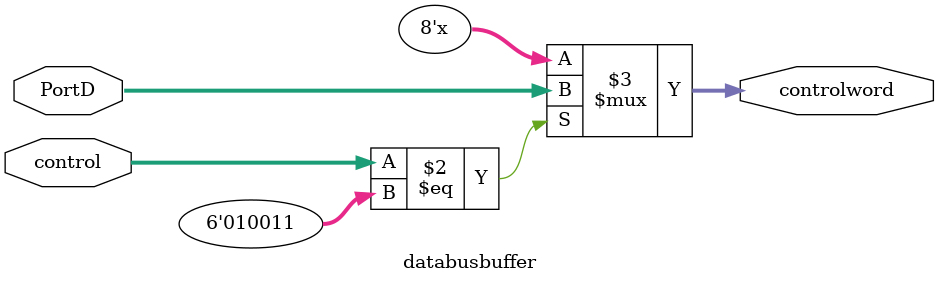
<source format=v>
module databusbuffer(PortD,control,controlword);
 	
	inout [7:0] PortD;
	output reg[7:0] controlword;


	
	input [5:0]control;
	
	/*
	wire nCs,nRe,nWr,Reset;
	wire [1:0]A;
	assign nCs=control[5];
	assign nRe=control[4];
	assign nWr=control[3];
	assign Reset=control[2];
	assign A={control[1:0]};*/

	always@(PortD,control)
begin 
if(control==6'b010011)
controlword<=PortD;
end 
	





endmodule 
</source>
